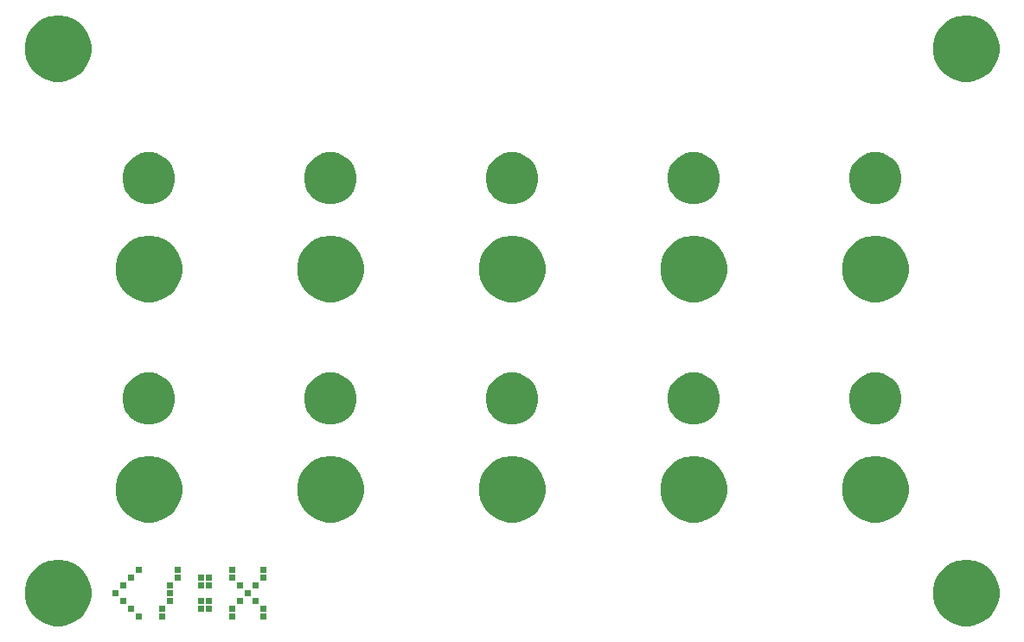
<source format=gbr>
G04 #@! TF.GenerationSoftware,KiCad,Pcbnew,(5.1.4)-1*
G04 #@! TF.CreationDate,2020-12-21T11:31:58-05:00*
G04 #@! TF.ProjectId,faceplate,66616365-706c-4617-9465-2e6b69636164,rev?*
G04 #@! TF.SameCoordinates,Original*
G04 #@! TF.FileFunction,Soldermask,Bot*
G04 #@! TF.FilePolarity,Negative*
%FSLAX46Y46*%
G04 Gerber Fmt 4.6, Leading zero omitted, Abs format (unit mm)*
G04 Created by KiCad (PCBNEW (5.1.4)-1) date 2020-12-21 11:31:58*
%MOMM*%
%LPD*%
G04 APERTURE LIST*
%ADD10C,0.100000*%
G04 APERTURE END LIST*
D10*
G36*
X112014000Y-97282000D02*
G01*
X111506000Y-97282000D01*
X111506000Y-96774000D01*
X112014000Y-96774000D01*
X112014000Y-97282000D01*
G37*
X112014000Y-97282000D02*
X111506000Y-97282000D01*
X111506000Y-96774000D01*
X112014000Y-96774000D01*
X112014000Y-97282000D01*
G36*
X111252000Y-98044000D02*
G01*
X110744000Y-98044000D01*
X110744000Y-97536000D01*
X111252000Y-97536000D01*
X111252000Y-98044000D01*
G37*
X111252000Y-98044000D02*
X110744000Y-98044000D01*
X110744000Y-97536000D01*
X111252000Y-97536000D01*
X111252000Y-98044000D01*
G36*
X113538000Y-95758000D02*
G01*
X113030000Y-95758000D01*
X113030000Y-95250000D01*
X113538000Y-95250000D01*
X113538000Y-95758000D01*
G37*
X113538000Y-95758000D02*
X113030000Y-95758000D01*
X113030000Y-95250000D01*
X113538000Y-95250000D01*
X113538000Y-95758000D01*
G36*
X112776000Y-96520000D02*
G01*
X112268000Y-96520000D01*
X112268000Y-96012000D01*
X112776000Y-96012000D01*
X112776000Y-96520000D01*
G37*
X112776000Y-96520000D02*
X112268000Y-96520000D01*
X112268000Y-96012000D01*
X112776000Y-96012000D01*
X112776000Y-96520000D01*
G36*
X113538000Y-100330000D02*
G01*
X113030000Y-100330000D01*
X113030000Y-99822000D01*
X113538000Y-99822000D01*
X113538000Y-100330000D01*
G37*
X113538000Y-100330000D02*
X113030000Y-100330000D01*
X113030000Y-99822000D01*
X113538000Y-99822000D01*
X113538000Y-100330000D01*
G36*
X112776000Y-99568000D02*
G01*
X112268000Y-99568000D01*
X112268000Y-99060000D01*
X112776000Y-99060000D01*
X112776000Y-99568000D01*
G37*
X112776000Y-99568000D02*
X112268000Y-99568000D01*
X112268000Y-99060000D01*
X112776000Y-99060000D01*
X112776000Y-99568000D01*
G36*
X112014000Y-98806000D02*
G01*
X111506000Y-98806000D01*
X111506000Y-98298000D01*
X112014000Y-98298000D01*
X112014000Y-98806000D01*
G37*
X112014000Y-98806000D02*
X111506000Y-98806000D01*
X111506000Y-98298000D01*
X112014000Y-98298000D01*
X112014000Y-98806000D01*
G36*
X115824000Y-99568000D02*
G01*
X115316000Y-99568000D01*
X115316000Y-99060000D01*
X115824000Y-99060000D01*
X115824000Y-99568000D01*
G37*
X115824000Y-99568000D02*
X115316000Y-99568000D01*
X115316000Y-99060000D01*
X115824000Y-99060000D01*
X115824000Y-99568000D01*
G36*
X116586000Y-97282000D02*
G01*
X116078000Y-97282000D01*
X116078000Y-96774000D01*
X116586000Y-96774000D01*
X116586000Y-97282000D01*
G37*
X116586000Y-97282000D02*
X116078000Y-97282000D01*
X116078000Y-96774000D01*
X116586000Y-96774000D01*
X116586000Y-97282000D01*
G36*
X116586000Y-98806000D02*
G01*
X116078000Y-98806000D01*
X116078000Y-98298000D01*
X116586000Y-98298000D01*
X116586000Y-98806000D01*
G37*
X116586000Y-98806000D02*
X116078000Y-98806000D01*
X116078000Y-98298000D01*
X116586000Y-98298000D01*
X116586000Y-98806000D01*
G36*
X117348000Y-96520000D02*
G01*
X116840000Y-96520000D01*
X116840000Y-96012000D01*
X117348000Y-96012000D01*
X117348000Y-96520000D01*
G37*
X117348000Y-96520000D02*
X116840000Y-96520000D01*
X116840000Y-96012000D01*
X117348000Y-96012000D01*
X117348000Y-96520000D01*
G36*
X117348000Y-95758000D02*
G01*
X116840000Y-95758000D01*
X116840000Y-95250000D01*
X117348000Y-95250000D01*
X117348000Y-95758000D01*
G37*
X117348000Y-95758000D02*
X116840000Y-95758000D01*
X116840000Y-95250000D01*
X117348000Y-95250000D01*
X117348000Y-95758000D01*
G36*
X115824000Y-100330000D02*
G01*
X115316000Y-100330000D01*
X115316000Y-99822000D01*
X115824000Y-99822000D01*
X115824000Y-100330000D01*
G37*
X115824000Y-100330000D02*
X115316000Y-100330000D01*
X115316000Y-99822000D01*
X115824000Y-99822000D01*
X115824000Y-100330000D01*
G36*
X116586000Y-98044000D02*
G01*
X116078000Y-98044000D01*
X116078000Y-97536000D01*
X116586000Y-97536000D01*
X116586000Y-98044000D01*
G37*
X116586000Y-98044000D02*
X116078000Y-98044000D01*
X116078000Y-97536000D01*
X116586000Y-97536000D01*
X116586000Y-98044000D01*
G36*
X120396000Y-99568000D02*
G01*
X119888000Y-99568000D01*
X119888000Y-99060000D01*
X120396000Y-99060000D01*
X120396000Y-99568000D01*
G37*
X120396000Y-99568000D02*
X119888000Y-99568000D01*
X119888000Y-99060000D01*
X120396000Y-99060000D01*
X120396000Y-99568000D01*
G36*
X119634000Y-96520000D02*
G01*
X119126000Y-96520000D01*
X119126000Y-96012000D01*
X119634000Y-96012000D01*
X119634000Y-96520000D01*
G37*
X119634000Y-96520000D02*
X119126000Y-96520000D01*
X119126000Y-96012000D01*
X119634000Y-96012000D01*
X119634000Y-96520000D01*
G36*
X120396000Y-96520000D02*
G01*
X119888000Y-96520000D01*
X119888000Y-96012000D01*
X120396000Y-96012000D01*
X120396000Y-96520000D01*
G37*
X120396000Y-96520000D02*
X119888000Y-96520000D01*
X119888000Y-96012000D01*
X120396000Y-96012000D01*
X120396000Y-96520000D01*
G36*
X119634000Y-98806000D02*
G01*
X119126000Y-98806000D01*
X119126000Y-98298000D01*
X119634000Y-98298000D01*
X119634000Y-98806000D01*
G37*
X119634000Y-98806000D02*
X119126000Y-98806000D01*
X119126000Y-98298000D01*
X119634000Y-98298000D01*
X119634000Y-98806000D01*
G36*
X120396000Y-97282000D02*
G01*
X119888000Y-97282000D01*
X119888000Y-96774000D01*
X120396000Y-96774000D01*
X120396000Y-97282000D01*
G37*
X120396000Y-97282000D02*
X119888000Y-97282000D01*
X119888000Y-96774000D01*
X120396000Y-96774000D01*
X120396000Y-97282000D01*
G36*
X120396000Y-98806000D02*
G01*
X119888000Y-98806000D01*
X119888000Y-98298000D01*
X120396000Y-98298000D01*
X120396000Y-98806000D01*
G37*
X120396000Y-98806000D02*
X119888000Y-98806000D01*
X119888000Y-98298000D01*
X120396000Y-98298000D01*
X120396000Y-98806000D01*
G36*
X119634000Y-99568000D02*
G01*
X119126000Y-99568000D01*
X119126000Y-99060000D01*
X119634000Y-99060000D01*
X119634000Y-99568000D01*
G37*
X119634000Y-99568000D02*
X119126000Y-99568000D01*
X119126000Y-99060000D01*
X119634000Y-99060000D01*
X119634000Y-99568000D01*
G36*
X119634000Y-97282000D02*
G01*
X119126000Y-97282000D01*
X119126000Y-96774000D01*
X119634000Y-96774000D01*
X119634000Y-97282000D01*
G37*
X119634000Y-97282000D02*
X119126000Y-97282000D01*
X119126000Y-96774000D01*
X119634000Y-96774000D01*
X119634000Y-97282000D01*
G36*
X125730000Y-99568000D02*
G01*
X125222000Y-99568000D01*
X125222000Y-99060000D01*
X125730000Y-99060000D01*
X125730000Y-99568000D01*
G37*
X125730000Y-99568000D02*
X125222000Y-99568000D01*
X125222000Y-99060000D01*
X125730000Y-99060000D01*
X125730000Y-99568000D01*
G36*
X125730000Y-95758000D02*
G01*
X125222000Y-95758000D01*
X125222000Y-95250000D01*
X125730000Y-95250000D01*
X125730000Y-95758000D01*
G37*
X125730000Y-95758000D02*
X125222000Y-95758000D01*
X125222000Y-95250000D01*
X125730000Y-95250000D01*
X125730000Y-95758000D01*
G36*
X124206000Y-98044000D02*
G01*
X123698000Y-98044000D01*
X123698000Y-97536000D01*
X124206000Y-97536000D01*
X124206000Y-98044000D01*
G37*
X124206000Y-98044000D02*
X123698000Y-98044000D01*
X123698000Y-97536000D01*
X124206000Y-97536000D01*
X124206000Y-98044000D01*
G36*
X122682000Y-99568000D02*
G01*
X122174000Y-99568000D01*
X122174000Y-99060000D01*
X122682000Y-99060000D01*
X122682000Y-99568000D01*
G37*
X122682000Y-99568000D02*
X122174000Y-99568000D01*
X122174000Y-99060000D01*
X122682000Y-99060000D01*
X122682000Y-99568000D01*
G36*
X122682000Y-100330000D02*
G01*
X122174000Y-100330000D01*
X122174000Y-99822000D01*
X122682000Y-99822000D01*
X122682000Y-100330000D01*
G37*
X122682000Y-100330000D02*
X122174000Y-100330000D01*
X122174000Y-99822000D01*
X122682000Y-99822000D01*
X122682000Y-100330000D01*
G36*
X123444000Y-98806000D02*
G01*
X122936000Y-98806000D01*
X122936000Y-98298000D01*
X123444000Y-98298000D01*
X123444000Y-98806000D01*
G37*
X123444000Y-98806000D02*
X122936000Y-98806000D01*
X122936000Y-98298000D01*
X123444000Y-98298000D01*
X123444000Y-98806000D01*
G36*
X125730000Y-96520000D02*
G01*
X125222000Y-96520000D01*
X125222000Y-96012000D01*
X125730000Y-96012000D01*
X125730000Y-96520000D01*
G37*
X125730000Y-96520000D02*
X125222000Y-96520000D01*
X125222000Y-96012000D01*
X125730000Y-96012000D01*
X125730000Y-96520000D01*
G36*
X123444000Y-97282000D02*
G01*
X122936000Y-97282000D01*
X122936000Y-96774000D01*
X123444000Y-96774000D01*
X123444000Y-97282000D01*
G37*
X123444000Y-97282000D02*
X122936000Y-97282000D01*
X122936000Y-96774000D01*
X123444000Y-96774000D01*
X123444000Y-97282000D01*
G36*
X122682000Y-96520000D02*
G01*
X122174000Y-96520000D01*
X122174000Y-96012000D01*
X122682000Y-96012000D01*
X122682000Y-96520000D01*
G37*
X122682000Y-96520000D02*
X122174000Y-96520000D01*
X122174000Y-96012000D01*
X122682000Y-96012000D01*
X122682000Y-96520000D01*
G36*
X122682000Y-95758000D02*
G01*
X122174000Y-95758000D01*
X122174000Y-95250000D01*
X122682000Y-95250000D01*
X122682000Y-95758000D01*
G37*
X122682000Y-95758000D02*
X122174000Y-95758000D01*
X122174000Y-95250000D01*
X122682000Y-95250000D01*
X122682000Y-95758000D01*
G36*
X125730000Y-100330000D02*
G01*
X125222000Y-100330000D01*
X125222000Y-99822000D01*
X125730000Y-99822000D01*
X125730000Y-100330000D01*
G37*
X125730000Y-100330000D02*
X125222000Y-100330000D01*
X125222000Y-99822000D01*
X125730000Y-99822000D01*
X125730000Y-100330000D01*
G36*
X124968000Y-97282000D02*
G01*
X124460000Y-97282000D01*
X124460000Y-96774000D01*
X124968000Y-96774000D01*
X124968000Y-97282000D01*
G37*
X124968000Y-97282000D02*
X124460000Y-97282000D01*
X124460000Y-96774000D01*
X124968000Y-96774000D01*
X124968000Y-97282000D01*
G36*
X124968000Y-98806000D02*
G01*
X124460000Y-98806000D01*
X124460000Y-98298000D01*
X124968000Y-98298000D01*
X124968000Y-98806000D01*
G37*
X124968000Y-98806000D02*
X124460000Y-98806000D01*
X124460000Y-98298000D01*
X124968000Y-98298000D01*
X124968000Y-98806000D01*
G36*
X194944239Y-94601467D02*
G01*
X195258282Y-94663934D01*
X195849926Y-94909001D01*
X196382392Y-95264784D01*
X196835216Y-95717608D01*
X197190999Y-96250074D01*
X197436066Y-96841718D01*
X197561000Y-97469804D01*
X197561000Y-98110196D01*
X197436066Y-98738282D01*
X197190999Y-99329926D01*
X196835216Y-99862392D01*
X196382392Y-100315216D01*
X195849926Y-100670999D01*
X195258282Y-100916066D01*
X194944239Y-100978533D01*
X194630197Y-101041000D01*
X193989803Y-101041000D01*
X193675761Y-100978533D01*
X193361718Y-100916066D01*
X192770074Y-100670999D01*
X192237608Y-100315216D01*
X191784784Y-99862392D01*
X191429001Y-99329926D01*
X191183934Y-98738282D01*
X191059000Y-98110196D01*
X191059000Y-97469804D01*
X191183934Y-96841718D01*
X191429001Y-96250074D01*
X191784784Y-95717608D01*
X192237608Y-95264784D01*
X192770074Y-94909001D01*
X193361718Y-94663934D01*
X193675761Y-94601467D01*
X193989803Y-94539000D01*
X194630197Y-94539000D01*
X194944239Y-94601467D01*
X194944239Y-94601467D01*
G37*
G36*
X106044239Y-94601467D02*
G01*
X106358282Y-94663934D01*
X106949926Y-94909001D01*
X107482392Y-95264784D01*
X107935216Y-95717608D01*
X108290999Y-96250074D01*
X108536066Y-96841718D01*
X108661000Y-97469804D01*
X108661000Y-98110196D01*
X108536066Y-98738282D01*
X108290999Y-99329926D01*
X107935216Y-99862392D01*
X107482392Y-100315216D01*
X106949926Y-100670999D01*
X106358282Y-100916066D01*
X106044239Y-100978533D01*
X105730197Y-101041000D01*
X105089803Y-101041000D01*
X104775761Y-100978533D01*
X104461718Y-100916066D01*
X103870074Y-100670999D01*
X103337608Y-100315216D01*
X102884784Y-99862392D01*
X102529001Y-99329926D01*
X102283934Y-98738282D01*
X102159000Y-98110196D01*
X102159000Y-97469804D01*
X102283934Y-96841718D01*
X102529001Y-96250074D01*
X102884784Y-95717608D01*
X103337608Y-95264784D01*
X103870074Y-94909001D01*
X104461718Y-94663934D01*
X104775761Y-94601467D01*
X105089803Y-94539000D01*
X105730197Y-94539000D01*
X106044239Y-94601467D01*
X106044239Y-94601467D01*
G37*
G36*
X186054239Y-84441467D02*
G01*
X186368282Y-84503934D01*
X186959926Y-84749001D01*
X187492392Y-85104784D01*
X187945216Y-85557608D01*
X188300999Y-86090074D01*
X188546066Y-86681718D01*
X188671000Y-87309804D01*
X188671000Y-87950196D01*
X188546066Y-88578282D01*
X188300999Y-89169926D01*
X187945216Y-89702392D01*
X187492392Y-90155216D01*
X186959926Y-90510999D01*
X186368282Y-90756066D01*
X186054239Y-90818533D01*
X185740197Y-90881000D01*
X185099803Y-90881000D01*
X184785761Y-90818533D01*
X184471718Y-90756066D01*
X183880074Y-90510999D01*
X183347608Y-90155216D01*
X182894784Y-89702392D01*
X182539001Y-89169926D01*
X182293934Y-88578282D01*
X182169000Y-87950196D01*
X182169000Y-87309804D01*
X182293934Y-86681718D01*
X182539001Y-86090074D01*
X182894784Y-85557608D01*
X183347608Y-85104784D01*
X183880074Y-84749001D01*
X184471718Y-84503934D01*
X184785761Y-84441467D01*
X185099803Y-84379000D01*
X185740197Y-84379000D01*
X186054239Y-84441467D01*
X186054239Y-84441467D01*
G37*
G36*
X114934239Y-84441467D02*
G01*
X115248282Y-84503934D01*
X115839926Y-84749001D01*
X116372392Y-85104784D01*
X116825216Y-85557608D01*
X117180999Y-86090074D01*
X117426066Y-86681718D01*
X117551000Y-87309804D01*
X117551000Y-87950196D01*
X117426066Y-88578282D01*
X117180999Y-89169926D01*
X116825216Y-89702392D01*
X116372392Y-90155216D01*
X115839926Y-90510999D01*
X115248282Y-90756066D01*
X114934239Y-90818533D01*
X114620197Y-90881000D01*
X113979803Y-90881000D01*
X113665761Y-90818533D01*
X113351718Y-90756066D01*
X112760074Y-90510999D01*
X112227608Y-90155216D01*
X111774784Y-89702392D01*
X111419001Y-89169926D01*
X111173934Y-88578282D01*
X111049000Y-87950196D01*
X111049000Y-87309804D01*
X111173934Y-86681718D01*
X111419001Y-86090074D01*
X111774784Y-85557608D01*
X112227608Y-85104784D01*
X112760074Y-84749001D01*
X113351718Y-84503934D01*
X113665761Y-84441467D01*
X113979803Y-84379000D01*
X114620197Y-84379000D01*
X114934239Y-84441467D01*
X114934239Y-84441467D01*
G37*
G36*
X132714239Y-84441467D02*
G01*
X133028282Y-84503934D01*
X133619926Y-84749001D01*
X134152392Y-85104784D01*
X134605216Y-85557608D01*
X134960999Y-86090074D01*
X135206066Y-86681718D01*
X135331000Y-87309804D01*
X135331000Y-87950196D01*
X135206066Y-88578282D01*
X134960999Y-89169926D01*
X134605216Y-89702392D01*
X134152392Y-90155216D01*
X133619926Y-90510999D01*
X133028282Y-90756066D01*
X132714239Y-90818533D01*
X132400197Y-90881000D01*
X131759803Y-90881000D01*
X131445761Y-90818533D01*
X131131718Y-90756066D01*
X130540074Y-90510999D01*
X130007608Y-90155216D01*
X129554784Y-89702392D01*
X129199001Y-89169926D01*
X128953934Y-88578282D01*
X128829000Y-87950196D01*
X128829000Y-87309804D01*
X128953934Y-86681718D01*
X129199001Y-86090074D01*
X129554784Y-85557608D01*
X130007608Y-85104784D01*
X130540074Y-84749001D01*
X131131718Y-84503934D01*
X131445761Y-84441467D01*
X131759803Y-84379000D01*
X132400197Y-84379000D01*
X132714239Y-84441467D01*
X132714239Y-84441467D01*
G37*
G36*
X150494239Y-84441467D02*
G01*
X150808282Y-84503934D01*
X151399926Y-84749001D01*
X151932392Y-85104784D01*
X152385216Y-85557608D01*
X152740999Y-86090074D01*
X152986066Y-86681718D01*
X153111000Y-87309804D01*
X153111000Y-87950196D01*
X152986066Y-88578282D01*
X152740999Y-89169926D01*
X152385216Y-89702392D01*
X151932392Y-90155216D01*
X151399926Y-90510999D01*
X150808282Y-90756066D01*
X150494239Y-90818533D01*
X150180197Y-90881000D01*
X149539803Y-90881000D01*
X149225761Y-90818533D01*
X148911718Y-90756066D01*
X148320074Y-90510999D01*
X147787608Y-90155216D01*
X147334784Y-89702392D01*
X146979001Y-89169926D01*
X146733934Y-88578282D01*
X146609000Y-87950196D01*
X146609000Y-87309804D01*
X146733934Y-86681718D01*
X146979001Y-86090074D01*
X147334784Y-85557608D01*
X147787608Y-85104784D01*
X148320074Y-84749001D01*
X148911718Y-84503934D01*
X149225761Y-84441467D01*
X149539803Y-84379000D01*
X150180197Y-84379000D01*
X150494239Y-84441467D01*
X150494239Y-84441467D01*
G37*
G36*
X168274239Y-84441467D02*
G01*
X168588282Y-84503934D01*
X169179926Y-84749001D01*
X169712392Y-85104784D01*
X170165216Y-85557608D01*
X170520999Y-86090074D01*
X170766066Y-86681718D01*
X170891000Y-87309804D01*
X170891000Y-87950196D01*
X170766066Y-88578282D01*
X170520999Y-89169926D01*
X170165216Y-89702392D01*
X169712392Y-90155216D01*
X169179926Y-90510999D01*
X168588282Y-90756066D01*
X168274239Y-90818533D01*
X167960197Y-90881000D01*
X167319803Y-90881000D01*
X167005761Y-90818533D01*
X166691718Y-90756066D01*
X166100074Y-90510999D01*
X165567608Y-90155216D01*
X165114784Y-89702392D01*
X164759001Y-89169926D01*
X164513934Y-88578282D01*
X164389000Y-87950196D01*
X164389000Y-87309804D01*
X164513934Y-86681718D01*
X164759001Y-86090074D01*
X165114784Y-85557608D01*
X165567608Y-85104784D01*
X166100074Y-84749001D01*
X166691718Y-84503934D01*
X167005761Y-84441467D01*
X167319803Y-84379000D01*
X167960197Y-84379000D01*
X168274239Y-84441467D01*
X168274239Y-84441467D01*
G37*
G36*
X132824098Y-76287033D02*
G01*
X133288350Y-76479332D01*
X133288352Y-76479333D01*
X133706168Y-76758509D01*
X134061491Y-77113832D01*
X134340667Y-77531648D01*
X134340668Y-77531650D01*
X134532967Y-77995902D01*
X134631000Y-78488747D01*
X134631000Y-78991253D01*
X134532967Y-79484098D01*
X134340668Y-79948350D01*
X134340667Y-79948352D01*
X134061491Y-80366168D01*
X133706168Y-80721491D01*
X133288352Y-81000667D01*
X133288351Y-81000668D01*
X133288350Y-81000668D01*
X132824098Y-81192967D01*
X132331253Y-81291000D01*
X131828747Y-81291000D01*
X131335902Y-81192967D01*
X130871650Y-81000668D01*
X130871649Y-81000668D01*
X130871648Y-81000667D01*
X130453832Y-80721491D01*
X130098509Y-80366168D01*
X129819333Y-79948352D01*
X129819332Y-79948350D01*
X129627033Y-79484098D01*
X129529000Y-78991253D01*
X129529000Y-78488747D01*
X129627033Y-77995902D01*
X129819332Y-77531650D01*
X129819333Y-77531648D01*
X130098509Y-77113832D01*
X130453832Y-76758509D01*
X130871648Y-76479333D01*
X130871650Y-76479332D01*
X131335902Y-76287033D01*
X131828747Y-76189000D01*
X132331253Y-76189000D01*
X132824098Y-76287033D01*
X132824098Y-76287033D01*
G37*
G36*
X115044098Y-76287033D02*
G01*
X115508350Y-76479332D01*
X115508352Y-76479333D01*
X115926168Y-76758509D01*
X116281491Y-77113832D01*
X116560667Y-77531648D01*
X116560668Y-77531650D01*
X116752967Y-77995902D01*
X116851000Y-78488747D01*
X116851000Y-78991253D01*
X116752967Y-79484098D01*
X116560668Y-79948350D01*
X116560667Y-79948352D01*
X116281491Y-80366168D01*
X115926168Y-80721491D01*
X115508352Y-81000667D01*
X115508351Y-81000668D01*
X115508350Y-81000668D01*
X115044098Y-81192967D01*
X114551253Y-81291000D01*
X114048747Y-81291000D01*
X113555902Y-81192967D01*
X113091650Y-81000668D01*
X113091649Y-81000668D01*
X113091648Y-81000667D01*
X112673832Y-80721491D01*
X112318509Y-80366168D01*
X112039333Y-79948352D01*
X112039332Y-79948350D01*
X111847033Y-79484098D01*
X111749000Y-78991253D01*
X111749000Y-78488747D01*
X111847033Y-77995902D01*
X112039332Y-77531650D01*
X112039333Y-77531648D01*
X112318509Y-77113832D01*
X112673832Y-76758509D01*
X113091648Y-76479333D01*
X113091650Y-76479332D01*
X113555902Y-76287033D01*
X114048747Y-76189000D01*
X114551253Y-76189000D01*
X115044098Y-76287033D01*
X115044098Y-76287033D01*
G37*
G36*
X150604098Y-76287033D02*
G01*
X151068350Y-76479332D01*
X151068352Y-76479333D01*
X151486168Y-76758509D01*
X151841491Y-77113832D01*
X152120667Y-77531648D01*
X152120668Y-77531650D01*
X152312967Y-77995902D01*
X152411000Y-78488747D01*
X152411000Y-78991253D01*
X152312967Y-79484098D01*
X152120668Y-79948350D01*
X152120667Y-79948352D01*
X151841491Y-80366168D01*
X151486168Y-80721491D01*
X151068352Y-81000667D01*
X151068351Y-81000668D01*
X151068350Y-81000668D01*
X150604098Y-81192967D01*
X150111253Y-81291000D01*
X149608747Y-81291000D01*
X149115902Y-81192967D01*
X148651650Y-81000668D01*
X148651649Y-81000668D01*
X148651648Y-81000667D01*
X148233832Y-80721491D01*
X147878509Y-80366168D01*
X147599333Y-79948352D01*
X147599332Y-79948350D01*
X147407033Y-79484098D01*
X147309000Y-78991253D01*
X147309000Y-78488747D01*
X147407033Y-77995902D01*
X147599332Y-77531650D01*
X147599333Y-77531648D01*
X147878509Y-77113832D01*
X148233832Y-76758509D01*
X148651648Y-76479333D01*
X148651650Y-76479332D01*
X149115902Y-76287033D01*
X149608747Y-76189000D01*
X150111253Y-76189000D01*
X150604098Y-76287033D01*
X150604098Y-76287033D01*
G37*
G36*
X168384098Y-76287033D02*
G01*
X168848350Y-76479332D01*
X168848352Y-76479333D01*
X169266168Y-76758509D01*
X169621491Y-77113832D01*
X169900667Y-77531648D01*
X169900668Y-77531650D01*
X170092967Y-77995902D01*
X170191000Y-78488747D01*
X170191000Y-78991253D01*
X170092967Y-79484098D01*
X169900668Y-79948350D01*
X169900667Y-79948352D01*
X169621491Y-80366168D01*
X169266168Y-80721491D01*
X168848352Y-81000667D01*
X168848351Y-81000668D01*
X168848350Y-81000668D01*
X168384098Y-81192967D01*
X167891253Y-81291000D01*
X167388747Y-81291000D01*
X166895902Y-81192967D01*
X166431650Y-81000668D01*
X166431649Y-81000668D01*
X166431648Y-81000667D01*
X166013832Y-80721491D01*
X165658509Y-80366168D01*
X165379333Y-79948352D01*
X165379332Y-79948350D01*
X165187033Y-79484098D01*
X165089000Y-78991253D01*
X165089000Y-78488747D01*
X165187033Y-77995902D01*
X165379332Y-77531650D01*
X165379333Y-77531648D01*
X165658509Y-77113832D01*
X166013832Y-76758509D01*
X166431648Y-76479333D01*
X166431650Y-76479332D01*
X166895902Y-76287033D01*
X167388747Y-76189000D01*
X167891253Y-76189000D01*
X168384098Y-76287033D01*
X168384098Y-76287033D01*
G37*
G36*
X186164098Y-76287033D02*
G01*
X186628350Y-76479332D01*
X186628352Y-76479333D01*
X187046168Y-76758509D01*
X187401491Y-77113832D01*
X187680667Y-77531648D01*
X187680668Y-77531650D01*
X187872967Y-77995902D01*
X187971000Y-78488747D01*
X187971000Y-78991253D01*
X187872967Y-79484098D01*
X187680668Y-79948350D01*
X187680667Y-79948352D01*
X187401491Y-80366168D01*
X187046168Y-80721491D01*
X186628352Y-81000667D01*
X186628351Y-81000668D01*
X186628350Y-81000668D01*
X186164098Y-81192967D01*
X185671253Y-81291000D01*
X185168747Y-81291000D01*
X184675902Y-81192967D01*
X184211650Y-81000668D01*
X184211649Y-81000668D01*
X184211648Y-81000667D01*
X183793832Y-80721491D01*
X183438509Y-80366168D01*
X183159333Y-79948352D01*
X183159332Y-79948350D01*
X182967033Y-79484098D01*
X182869000Y-78991253D01*
X182869000Y-78488747D01*
X182967033Y-77995902D01*
X183159332Y-77531650D01*
X183159333Y-77531648D01*
X183438509Y-77113832D01*
X183793832Y-76758509D01*
X184211648Y-76479333D01*
X184211650Y-76479332D01*
X184675902Y-76287033D01*
X185168747Y-76189000D01*
X185671253Y-76189000D01*
X186164098Y-76287033D01*
X186164098Y-76287033D01*
G37*
G36*
X114934239Y-62851467D02*
G01*
X115248282Y-62913934D01*
X115839926Y-63159001D01*
X116372392Y-63514784D01*
X116825216Y-63967608D01*
X117180999Y-64500074D01*
X117426066Y-65091718D01*
X117551000Y-65719804D01*
X117551000Y-66360196D01*
X117426066Y-66988282D01*
X117180999Y-67579926D01*
X116825216Y-68112392D01*
X116372392Y-68565216D01*
X115839926Y-68920999D01*
X115248282Y-69166066D01*
X114934239Y-69228533D01*
X114620197Y-69291000D01*
X113979803Y-69291000D01*
X113665761Y-69228533D01*
X113351718Y-69166066D01*
X112760074Y-68920999D01*
X112227608Y-68565216D01*
X111774784Y-68112392D01*
X111419001Y-67579926D01*
X111173934Y-66988282D01*
X111049000Y-66360196D01*
X111049000Y-65719804D01*
X111173934Y-65091718D01*
X111419001Y-64500074D01*
X111774784Y-63967608D01*
X112227608Y-63514784D01*
X112760074Y-63159001D01*
X113351718Y-62913934D01*
X113665761Y-62851467D01*
X113979803Y-62789000D01*
X114620197Y-62789000D01*
X114934239Y-62851467D01*
X114934239Y-62851467D01*
G37*
G36*
X132714239Y-62851467D02*
G01*
X133028282Y-62913934D01*
X133619926Y-63159001D01*
X134152392Y-63514784D01*
X134605216Y-63967608D01*
X134960999Y-64500074D01*
X135206066Y-65091718D01*
X135331000Y-65719804D01*
X135331000Y-66360196D01*
X135206066Y-66988282D01*
X134960999Y-67579926D01*
X134605216Y-68112392D01*
X134152392Y-68565216D01*
X133619926Y-68920999D01*
X133028282Y-69166066D01*
X132714239Y-69228533D01*
X132400197Y-69291000D01*
X131759803Y-69291000D01*
X131445761Y-69228533D01*
X131131718Y-69166066D01*
X130540074Y-68920999D01*
X130007608Y-68565216D01*
X129554784Y-68112392D01*
X129199001Y-67579926D01*
X128953934Y-66988282D01*
X128829000Y-66360196D01*
X128829000Y-65719804D01*
X128953934Y-65091718D01*
X129199001Y-64500074D01*
X129554784Y-63967608D01*
X130007608Y-63514784D01*
X130540074Y-63159001D01*
X131131718Y-62913934D01*
X131445761Y-62851467D01*
X131759803Y-62789000D01*
X132400197Y-62789000D01*
X132714239Y-62851467D01*
X132714239Y-62851467D01*
G37*
G36*
X150494239Y-62851467D02*
G01*
X150808282Y-62913934D01*
X151399926Y-63159001D01*
X151932392Y-63514784D01*
X152385216Y-63967608D01*
X152740999Y-64500074D01*
X152986066Y-65091718D01*
X153111000Y-65719804D01*
X153111000Y-66360196D01*
X152986066Y-66988282D01*
X152740999Y-67579926D01*
X152385216Y-68112392D01*
X151932392Y-68565216D01*
X151399926Y-68920999D01*
X150808282Y-69166066D01*
X150494239Y-69228533D01*
X150180197Y-69291000D01*
X149539803Y-69291000D01*
X149225761Y-69228533D01*
X148911718Y-69166066D01*
X148320074Y-68920999D01*
X147787608Y-68565216D01*
X147334784Y-68112392D01*
X146979001Y-67579926D01*
X146733934Y-66988282D01*
X146609000Y-66360196D01*
X146609000Y-65719804D01*
X146733934Y-65091718D01*
X146979001Y-64500074D01*
X147334784Y-63967608D01*
X147787608Y-63514784D01*
X148320074Y-63159001D01*
X148911718Y-62913934D01*
X149225761Y-62851467D01*
X149539803Y-62789000D01*
X150180197Y-62789000D01*
X150494239Y-62851467D01*
X150494239Y-62851467D01*
G37*
G36*
X168274239Y-62851467D02*
G01*
X168588282Y-62913934D01*
X169179926Y-63159001D01*
X169712392Y-63514784D01*
X170165216Y-63967608D01*
X170520999Y-64500074D01*
X170766066Y-65091718D01*
X170891000Y-65719804D01*
X170891000Y-66360196D01*
X170766066Y-66988282D01*
X170520999Y-67579926D01*
X170165216Y-68112392D01*
X169712392Y-68565216D01*
X169179926Y-68920999D01*
X168588282Y-69166066D01*
X168274239Y-69228533D01*
X167960197Y-69291000D01*
X167319803Y-69291000D01*
X167005761Y-69228533D01*
X166691718Y-69166066D01*
X166100074Y-68920999D01*
X165567608Y-68565216D01*
X165114784Y-68112392D01*
X164759001Y-67579926D01*
X164513934Y-66988282D01*
X164389000Y-66360196D01*
X164389000Y-65719804D01*
X164513934Y-65091718D01*
X164759001Y-64500074D01*
X165114784Y-63967608D01*
X165567608Y-63514784D01*
X166100074Y-63159001D01*
X166691718Y-62913934D01*
X167005761Y-62851467D01*
X167319803Y-62789000D01*
X167960197Y-62789000D01*
X168274239Y-62851467D01*
X168274239Y-62851467D01*
G37*
G36*
X186054239Y-62851467D02*
G01*
X186368282Y-62913934D01*
X186959926Y-63159001D01*
X187492392Y-63514784D01*
X187945216Y-63967608D01*
X188300999Y-64500074D01*
X188546066Y-65091718D01*
X188671000Y-65719804D01*
X188671000Y-66360196D01*
X188546066Y-66988282D01*
X188300999Y-67579926D01*
X187945216Y-68112392D01*
X187492392Y-68565216D01*
X186959926Y-68920999D01*
X186368282Y-69166066D01*
X186054239Y-69228533D01*
X185740197Y-69291000D01*
X185099803Y-69291000D01*
X184785761Y-69228533D01*
X184471718Y-69166066D01*
X183880074Y-68920999D01*
X183347608Y-68565216D01*
X182894784Y-68112392D01*
X182539001Y-67579926D01*
X182293934Y-66988282D01*
X182169000Y-66360196D01*
X182169000Y-65719804D01*
X182293934Y-65091718D01*
X182539001Y-64500074D01*
X182894784Y-63967608D01*
X183347608Y-63514784D01*
X183880074Y-63159001D01*
X184471718Y-62913934D01*
X184785761Y-62851467D01*
X185099803Y-62789000D01*
X185740197Y-62789000D01*
X186054239Y-62851467D01*
X186054239Y-62851467D01*
G37*
G36*
X186164098Y-54697033D02*
G01*
X186628350Y-54889332D01*
X186628352Y-54889333D01*
X187046168Y-55168509D01*
X187401491Y-55523832D01*
X187680667Y-55941648D01*
X187680668Y-55941650D01*
X187872967Y-56405902D01*
X187971000Y-56898747D01*
X187971000Y-57401253D01*
X187872967Y-57894098D01*
X187680668Y-58358350D01*
X187680667Y-58358352D01*
X187401491Y-58776168D01*
X187046168Y-59131491D01*
X186628352Y-59410667D01*
X186628351Y-59410668D01*
X186628350Y-59410668D01*
X186164098Y-59602967D01*
X185671253Y-59701000D01*
X185168747Y-59701000D01*
X184675902Y-59602967D01*
X184211650Y-59410668D01*
X184211649Y-59410668D01*
X184211648Y-59410667D01*
X183793832Y-59131491D01*
X183438509Y-58776168D01*
X183159333Y-58358352D01*
X183159332Y-58358350D01*
X182967033Y-57894098D01*
X182869000Y-57401253D01*
X182869000Y-56898747D01*
X182967033Y-56405902D01*
X183159332Y-55941650D01*
X183159333Y-55941648D01*
X183438509Y-55523832D01*
X183793832Y-55168509D01*
X184211648Y-54889333D01*
X184211650Y-54889332D01*
X184675902Y-54697033D01*
X185168747Y-54599000D01*
X185671253Y-54599000D01*
X186164098Y-54697033D01*
X186164098Y-54697033D01*
G37*
G36*
X168384098Y-54697033D02*
G01*
X168848350Y-54889332D01*
X168848352Y-54889333D01*
X169266168Y-55168509D01*
X169621491Y-55523832D01*
X169900667Y-55941648D01*
X169900668Y-55941650D01*
X170092967Y-56405902D01*
X170191000Y-56898747D01*
X170191000Y-57401253D01*
X170092967Y-57894098D01*
X169900668Y-58358350D01*
X169900667Y-58358352D01*
X169621491Y-58776168D01*
X169266168Y-59131491D01*
X168848352Y-59410667D01*
X168848351Y-59410668D01*
X168848350Y-59410668D01*
X168384098Y-59602967D01*
X167891253Y-59701000D01*
X167388747Y-59701000D01*
X166895902Y-59602967D01*
X166431650Y-59410668D01*
X166431649Y-59410668D01*
X166431648Y-59410667D01*
X166013832Y-59131491D01*
X165658509Y-58776168D01*
X165379333Y-58358352D01*
X165379332Y-58358350D01*
X165187033Y-57894098D01*
X165089000Y-57401253D01*
X165089000Y-56898747D01*
X165187033Y-56405902D01*
X165379332Y-55941650D01*
X165379333Y-55941648D01*
X165658509Y-55523832D01*
X166013832Y-55168509D01*
X166431648Y-54889333D01*
X166431650Y-54889332D01*
X166895902Y-54697033D01*
X167388747Y-54599000D01*
X167891253Y-54599000D01*
X168384098Y-54697033D01*
X168384098Y-54697033D01*
G37*
G36*
X150604098Y-54697033D02*
G01*
X151068350Y-54889332D01*
X151068352Y-54889333D01*
X151486168Y-55168509D01*
X151841491Y-55523832D01*
X152120667Y-55941648D01*
X152120668Y-55941650D01*
X152312967Y-56405902D01*
X152411000Y-56898747D01*
X152411000Y-57401253D01*
X152312967Y-57894098D01*
X152120668Y-58358350D01*
X152120667Y-58358352D01*
X151841491Y-58776168D01*
X151486168Y-59131491D01*
X151068352Y-59410667D01*
X151068351Y-59410668D01*
X151068350Y-59410668D01*
X150604098Y-59602967D01*
X150111253Y-59701000D01*
X149608747Y-59701000D01*
X149115902Y-59602967D01*
X148651650Y-59410668D01*
X148651649Y-59410668D01*
X148651648Y-59410667D01*
X148233832Y-59131491D01*
X147878509Y-58776168D01*
X147599333Y-58358352D01*
X147599332Y-58358350D01*
X147407033Y-57894098D01*
X147309000Y-57401253D01*
X147309000Y-56898747D01*
X147407033Y-56405902D01*
X147599332Y-55941650D01*
X147599333Y-55941648D01*
X147878509Y-55523832D01*
X148233832Y-55168509D01*
X148651648Y-54889333D01*
X148651650Y-54889332D01*
X149115902Y-54697033D01*
X149608747Y-54599000D01*
X150111253Y-54599000D01*
X150604098Y-54697033D01*
X150604098Y-54697033D01*
G37*
G36*
X132824098Y-54697033D02*
G01*
X133288350Y-54889332D01*
X133288352Y-54889333D01*
X133706168Y-55168509D01*
X134061491Y-55523832D01*
X134340667Y-55941648D01*
X134340668Y-55941650D01*
X134532967Y-56405902D01*
X134631000Y-56898747D01*
X134631000Y-57401253D01*
X134532967Y-57894098D01*
X134340668Y-58358350D01*
X134340667Y-58358352D01*
X134061491Y-58776168D01*
X133706168Y-59131491D01*
X133288352Y-59410667D01*
X133288351Y-59410668D01*
X133288350Y-59410668D01*
X132824098Y-59602967D01*
X132331253Y-59701000D01*
X131828747Y-59701000D01*
X131335902Y-59602967D01*
X130871650Y-59410668D01*
X130871649Y-59410668D01*
X130871648Y-59410667D01*
X130453832Y-59131491D01*
X130098509Y-58776168D01*
X129819333Y-58358352D01*
X129819332Y-58358350D01*
X129627033Y-57894098D01*
X129529000Y-57401253D01*
X129529000Y-56898747D01*
X129627033Y-56405902D01*
X129819332Y-55941650D01*
X129819333Y-55941648D01*
X130098509Y-55523832D01*
X130453832Y-55168509D01*
X130871648Y-54889333D01*
X130871650Y-54889332D01*
X131335902Y-54697033D01*
X131828747Y-54599000D01*
X132331253Y-54599000D01*
X132824098Y-54697033D01*
X132824098Y-54697033D01*
G37*
G36*
X115044098Y-54697033D02*
G01*
X115508350Y-54889332D01*
X115508352Y-54889333D01*
X115926168Y-55168509D01*
X116281491Y-55523832D01*
X116560667Y-55941648D01*
X116560668Y-55941650D01*
X116752967Y-56405902D01*
X116851000Y-56898747D01*
X116851000Y-57401253D01*
X116752967Y-57894098D01*
X116560668Y-58358350D01*
X116560667Y-58358352D01*
X116281491Y-58776168D01*
X115926168Y-59131491D01*
X115508352Y-59410667D01*
X115508351Y-59410668D01*
X115508350Y-59410668D01*
X115044098Y-59602967D01*
X114551253Y-59701000D01*
X114048747Y-59701000D01*
X113555902Y-59602967D01*
X113091650Y-59410668D01*
X113091649Y-59410668D01*
X113091648Y-59410667D01*
X112673832Y-59131491D01*
X112318509Y-58776168D01*
X112039333Y-58358352D01*
X112039332Y-58358350D01*
X111847033Y-57894098D01*
X111749000Y-57401253D01*
X111749000Y-56898747D01*
X111847033Y-56405902D01*
X112039332Y-55941650D01*
X112039333Y-55941648D01*
X112318509Y-55523832D01*
X112673832Y-55168509D01*
X113091648Y-54889333D01*
X113091650Y-54889332D01*
X113555902Y-54697033D01*
X114048747Y-54599000D01*
X114551253Y-54599000D01*
X115044098Y-54697033D01*
X115044098Y-54697033D01*
G37*
G36*
X106044239Y-41261467D02*
G01*
X106358282Y-41323934D01*
X106949926Y-41569001D01*
X107482392Y-41924784D01*
X107935216Y-42377608D01*
X108290999Y-42910074D01*
X108536066Y-43501718D01*
X108661000Y-44129804D01*
X108661000Y-44770196D01*
X108536066Y-45398282D01*
X108290999Y-45989926D01*
X107935216Y-46522392D01*
X107482392Y-46975216D01*
X106949926Y-47330999D01*
X106358282Y-47576066D01*
X106044239Y-47638533D01*
X105730197Y-47701000D01*
X105089803Y-47701000D01*
X104775761Y-47638533D01*
X104461718Y-47576066D01*
X103870074Y-47330999D01*
X103337608Y-46975216D01*
X102884784Y-46522392D01*
X102529001Y-45989926D01*
X102283934Y-45398282D01*
X102159000Y-44770196D01*
X102159000Y-44129804D01*
X102283934Y-43501718D01*
X102529001Y-42910074D01*
X102884784Y-42377608D01*
X103337608Y-41924784D01*
X103870074Y-41569001D01*
X104461718Y-41323934D01*
X104775761Y-41261467D01*
X105089803Y-41199000D01*
X105730197Y-41199000D01*
X106044239Y-41261467D01*
X106044239Y-41261467D01*
G37*
G36*
X194944239Y-41261467D02*
G01*
X195258282Y-41323934D01*
X195849926Y-41569001D01*
X196382392Y-41924784D01*
X196835216Y-42377608D01*
X197190999Y-42910074D01*
X197436066Y-43501718D01*
X197561000Y-44129804D01*
X197561000Y-44770196D01*
X197436066Y-45398282D01*
X197190999Y-45989926D01*
X196835216Y-46522392D01*
X196382392Y-46975216D01*
X195849926Y-47330999D01*
X195258282Y-47576066D01*
X194944239Y-47638533D01*
X194630197Y-47701000D01*
X193989803Y-47701000D01*
X193675761Y-47638533D01*
X193361718Y-47576066D01*
X192770074Y-47330999D01*
X192237608Y-46975216D01*
X191784784Y-46522392D01*
X191429001Y-45989926D01*
X191183934Y-45398282D01*
X191059000Y-44770196D01*
X191059000Y-44129804D01*
X191183934Y-43501718D01*
X191429001Y-42910074D01*
X191784784Y-42377608D01*
X192237608Y-41924784D01*
X192770074Y-41569001D01*
X193361718Y-41323934D01*
X193675761Y-41261467D01*
X193989803Y-41199000D01*
X194630197Y-41199000D01*
X194944239Y-41261467D01*
X194944239Y-41261467D01*
G37*
M02*

</source>
